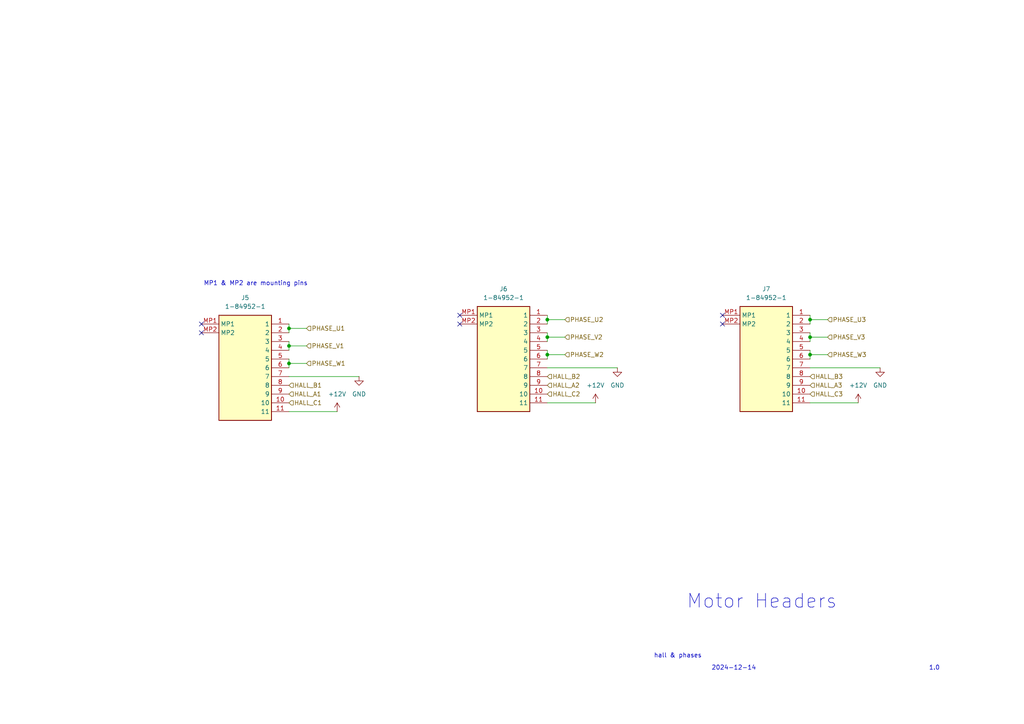
<source format=kicad_sch>
(kicad_sch (version 20231120) (generator "eeschema") (generator_version "8.0")
  (paper "A4")
  (lib_symbols
    (symbol "1-84952-1:1-84952-1"
      (property "Reference" "J" (at 21.59 7.62 0))
      (property "Value" "1-84952-1" (at 21.59 5.08 0))
      (symbol "1-84952-1_1_1"
        (rectangle (start 5.08 2.54) (end 20.32 -27.94) (stroke (width 0.254)) (fill (type background)))
        (pin passive line (at 25.4 0 180) (length 5.08) (name "1") (number "1"))
        (pin passive line (at 25.4 -22.86 180) (length 5.08) (name "10") (number "10"))
        (pin passive line (at 25.4 -25.4 180) (length 5.08) (name "11") (number "11"))
        (pin passive line (at 25.4 -2.54 180) (length 5.08) (name "2") (number "2"))
        (pin passive line (at 25.4 -5.08 180) (length 5.08) (name "3") (number "3"))
        (pin passive line (at 25.4 -7.62 180) (length 5.08) (name "4") (number "4"))
        (pin passive line (at 25.4 -10.16 180) (length 5.08) (name "5") (number "5"))
        (pin passive line (at 25.4 -12.7 180) (length 5.08) (name "6") (number "6"))
        (pin passive line (at 25.4 -15.24 180) (length 5.08) (name "7") (number "7"))
        (pin passive line (at 25.4 -17.78 180) (length 5.08) (name "8") (number "8"))
        (pin passive line (at 25.4 -20.32 180) (length 5.08) (name "9") (number "9"))
        (pin passive line (at 0 0 0) (length 5.08) (name "MP1") (number "MP1"))
        (pin passive line (at 0 -2.54 0) (length 5.08) (name "MP2") (number "MP2"))
      )
    )
    (symbol "power:+12V" (power) (pin_numbers hide) (pin_names (offset 0) hide)
      (property "Value" "+12V" (at 0 3.556 0))
      (symbol "+12V_0_1"
        (polyline (pts (xy -0.762 1.27) (xy 0 2.54)))
        (polyline (pts (xy 0 0) (xy 0 2.54)))
        (polyline (pts (xy 0 2.54) (xy 0.762 1.27)))
      )
      (symbol "+12V_1_1"
        (pin power_in line (at 0 0 90) (length 0) (name "~") (number "1"))
      )
    )
    (symbol "power:GND" (power) (pin_numbers hide) (pin_names (offset 0) hide)
      (property "Value" "GND" (at 0 -3.81 0))
      (symbol "GND_0_1"
        (polyline (pts (xy 0 0) (xy 0 -1.27) (xy 1.27 -1.27) (xy 0 -2.54) (xy -1.27 -1.27) (xy 0 -1.27)))
      )
      (symbol "GND_1_1"
        (pin power_in line (at 0 0 270) (length 0) (name "~") (number "1"))
      )
    )
  )
  (junction (at 234.95 102.87))
  (junction (at 83.82 105.41))
  (junction (at 158.75 97.79))
  (junction (at 234.95 92.71))
  (junction (at 83.82 95.25))
  (junction (at 158.75 92.71))
  (junction (at 83.82 100.33))
  (junction (at 158.75 102.87))
  (junction (at 234.95 97.79))
  (no_connect (at 133.35 91.44))
  (no_connect (at 209.55 91.44))
  (no_connect (at 58.42 93.98))
  (no_connect (at 58.42 96.52))
  (no_connect (at 209.55 93.98))
  (no_connect (at 133.35 93.98))
  (wire (pts (xy 158.75 97.79) (xy 158.75 99.06)))
  (wire (pts (xy 163.83 92.71) (xy 158.75 92.71)))
  (wire (pts (xy 234.95 91.44) (xy 234.95 92.71)))
  (wire (pts (xy 88.9 105.41) (xy 83.82 105.41)))
  (wire (pts (xy 240.03 97.79) (xy 234.95 97.79)))
  (wire (pts (xy 240.03 102.87) (xy 234.95 102.87)))
  (wire (pts (xy 83.82 100.33) (xy 83.82 101.6)))
  (wire (pts (xy 158.75 92.71) (xy 158.75 93.98)))
  (wire (pts (xy 240.03 92.71) (xy 234.95 92.71)))
  (wire (pts (xy 172.72 116.84) (xy 158.75 116.84)))
  (wire (pts (xy 234.95 96.52) (xy 234.95 97.79)))
  (wire (pts (xy 88.9 95.25) (xy 83.82 95.25)))
  (wire (pts (xy 234.95 97.79) (xy 234.95 99.06)))
  (wire (pts (xy 83.82 104.14) (xy 83.82 105.41)))
  (wire (pts (xy 158.75 91.44) (xy 158.75 92.71)))
  (wire (pts (xy 158.75 106.68) (xy 179.07 106.68)))
  (wire (pts (xy 234.95 92.71) (xy 234.95 93.98)))
  (wire (pts (xy 88.9 100.33) (xy 83.82 100.33)))
  (wire (pts (xy 234.95 106.68) (xy 255.27 106.68)))
  (wire (pts (xy 97.79 119.38) (xy 83.82 119.38)))
  (wire (pts (xy 83.82 105.41) (xy 83.82 106.68)))
  (wire (pts (xy 163.83 102.87) (xy 158.75 102.87)))
  (wire (pts (xy 158.75 96.52) (xy 158.75 97.79)))
  (wire (pts (xy 234.95 101.6) (xy 234.95 102.87)))
  (wire (pts (xy 158.75 101.6) (xy 158.75 102.87)))
  (wire (pts (xy 163.83 97.79) (xy 158.75 97.79)))
  (wire (pts (xy 83.82 93.98) (xy 83.82 95.25)))
  (wire (pts (xy 158.75 102.87) (xy 158.75 104.14)))
  (wire (pts (xy 83.82 109.22) (xy 104.14 109.22)))
  (wire (pts (xy 234.95 102.87) (xy 234.95 104.14)))
  (wire (pts (xy 83.82 95.25) (xy 83.82 96.52)))
  (wire (pts (xy 83.82 99.06) (xy 83.82 100.33)))
  (wire (pts (xy 248.92 116.84) (xy 234.95 116.84)))
  (text "1.0" (at 271.018 193.802 0) (effects (font (size 1.27 1.27))))
  (text "MP1 & MP2 are mounting pins" (at 74.168 82.296 0) (effects (font (size 1.27 1.27))))
  (text "Motor Headers" (at 220.98 174.498 0) (effects (font (size 4 4))))
  (text "2024-12-14" (at 212.852 193.802 0) (effects (font (size 1.27 1.27))))
  (text "hall & phases\n" (at 196.596 190.246 0) (effects (font (size 1.27 1.27))))
  (hierarchical_label "PHASE_U3" (shape input) (at 240.03 92.71 0))
  (hierarchical_label "PHASE_U2" (shape input) (at 163.83 92.71 0))
  (hierarchical_label "HALL_A2" (shape input) (at 158.75 111.76 0))
  (hierarchical_label "PHASE_W1" (shape input) (at 88.9 105.41 0))
  (hierarchical_label "HALL_B1" (shape input) (at 83.82 111.76 0))
  (hierarchical_label "HALL_B2" (shape input) (at 158.75 109.22 0))
  (hierarchical_label "HALL_B3" (shape input) (at 234.95 109.22 0))
  (hierarchical_label "PHASE_W2" (shape input) (at 163.83 102.87 0))
  (hierarchical_label "PHASE_V1" (shape input) (at 88.9 100.33 0))
  (hierarchical_label "PHASE_U1" (shape input) (at 88.9 95.25 0))
  (hierarchical_label "PHASE_V2" (shape input) (at 163.83 97.79 0))
  (hierarchical_label "PHASE_V3" (shape input) (at 240.03 97.79 0))
  (hierarchical_label "PHASE_W3" (shape input) (at 240.03 102.87 0))
  (hierarchical_label "HALL_A1" (shape input) (at 83.82 114.3 0))
  (hierarchical_label "HALL_C1" (shape input) (at 83.82 116.84 0))
  (hierarchical_label "HALL_A3" (shape input) (at 234.95 111.76 0))
  (hierarchical_label "HALL_C3" (shape input) (at 234.95 114.3 0))
  (hierarchical_label "HALL_C2" (shape input) (at 158.75 114.3 0))
  (symbol (lib_id "power:GND") (at 255.27 106.68 0) (unit 1)
    (property "Reference" "#PWR0281" (effects (hide yes)))
    (property "Value" "GND" (at 255.27 111.76 0))
    (property "Description" "Power symbol creates a global label with name \"GND\" , ground" (effects (hide yes)))
  )
  (symbol (lib_id "1-84952-1:1-84952-1") (at 133.35 91.44 0) (unit 1)
    (property "Reference" "J6" (at 146.05 83.82 0))
    (property "Value" "1-84952-1" (at 146.05 86.36 0))
    (property "Footprint" "kuben-footprints:1849521" (effects (hide yes)))
    (property "Datasheet" "https://componentsearchengine.com/Datasheets/2/1-84952-1.pdf" (effects (hide yes)))
    (property "Description" "FFC & FPC Connectors 1MM FPC HORZ .BTTM CONT.ASS.11P" (effects (hide yes)))
    (property "Height" "2.74" (effects (hide yes)))
    (property "Mouser Part Number" "571-1-84952-1" (effects (hide yes)))
    (property "Mouser Price/Stock" "https://www.mouser.co.uk/ProductDetail/TE-Connectivity/1-84952-1?qs=uUkeXfjQ8uS9Vjbveobf0Q%3D%3D" (effects (hide yes)))
    (property "Manufacturer_Name" "TE Connectivity" (effects (hide yes)))
    (property "Manufacturer_Part_Number" "1-84952-1" (effects (hide yes)))
  )
  (symbol (lib_id "power:+12V") (at 97.79 119.38 0) (unit 1)
    (property "Reference" "#PWR0276" (effects (hide yes)))
    (property "Value" "+12V" (at 97.79 114.3 0))
    (property "Description" "Power symbol creates a global label with name \"+12V\"" (effects (hide yes)))
  )
  (symbol (lib_id "1-84952-1:1-84952-1") (at 209.55 91.44 0) (unit 1)
    (property "Reference" "J7" (at 222.25 83.82 0))
    (property "Value" "1-84952-1" (at 222.25 86.36 0))
    (property "Footprint" "kuben-footprints:1849521" (effects (hide yes)))
    (property "Datasheet" "https://componentsearchengine.com/Datasheets/2/1-84952-1.pdf" (effects (hide yes)))
    (property "Description" "FFC & FPC Connectors 1MM FPC HORZ .BTTM CONT.ASS.11P" (effects (hide yes)))
    (property "Height" "2.74" (effects (hide yes)))
    (property "Mouser Part Number" "571-1-84952-1" (effects (hide yes)))
    (property "Mouser Price/Stock" "https://www.mouser.co.uk/ProductDetail/TE-Connectivity/1-84952-1?qs=uUkeXfjQ8uS9Vjbveobf0Q%3D%3D" (effects (hide yes)))
    (property "Manufacturer_Name" "TE Connectivity" (effects (hide yes)))
    (property "Manufacturer_Part_Number" "1-84952-1" (effects (hide yes)))
  )
  (symbol (lib_id "power:GND") (at 104.14 109.22 0) (unit 1)
    (property "Reference" "#PWR0277" (effects (hide yes)))
    (property "Value" "GND" (at 104.14 114.3 0))
    (property "Description" "Power symbol creates a global label with name \"GND\" , ground" (effects (hide yes)))
  )
  (symbol (lib_id "power:+12V") (at 248.92 116.84 0) (unit 1)
    (property "Reference" "#PWR0280" (effects (hide yes)))
    (property "Value" "+12V" (at 248.92 111.76 0))
    (property "Description" "Power symbol creates a global label with name \"+12V\"" (effects (hide yes)))
  )
  (symbol (lib_id "power:GND") (at 179.07 106.68 0) (unit 1)
    (property "Reference" "#PWR0279" (effects (hide yes)))
    (property "Value" "GND" (at 179.07 111.76 0))
    (property "Description" "Power symbol creates a global label with name \"GND\" , ground" (effects (hide yes)))
  )
  (symbol (lib_id "1-84952-1:1-84952-1") (at 58.42 93.98 0) (unit 1)
    (property "Reference" "J5" (at 71.12 86.36 0))
    (property "Value" "1-84952-1" (at 71.12 88.9 0))
    (property "Footprint" "kuben-footprints:1849521" (effects (hide yes)))
    (property "Datasheet" "https://componentsearchengine.com/Datasheets/2/1-84952-1.pdf" (effects (hide yes)))
    (property "Description" "FFC & FPC Connectors 1MM FPC HORZ .BTTM CONT.ASS.11P" (effects (hide yes)))
    (property "Height" "2.74" (effects (hide yes)))
    (property "Mouser Part Number" "571-1-84952-1" (effects (hide yes)))
    (property "Mouser Price/Stock" "https://www.mouser.co.uk/ProductDetail/TE-Connectivity/1-84952-1?qs=uUkeXfjQ8uS9Vjbveobf0Q%3D%3D" (effects (hide yes)))
    (property "Manufacturer_Name" "TE Connectivity" (effects (hide yes)))
    (property "Manufacturer_Part_Number" "1-84952-1" (effects (hide yes)))
  )
  (symbol (lib_id "power:+12V") (at 172.72 116.84 0) (unit 1)
    (property "Reference" "#PWR0278" (effects (hide yes)))
    (property "Value" "+12V" (at 172.72 111.76 0))
    (property "Description" "Power symbol creates a global label with name \"+12V\"" (effects (hide yes)))
  )
)
</source>
